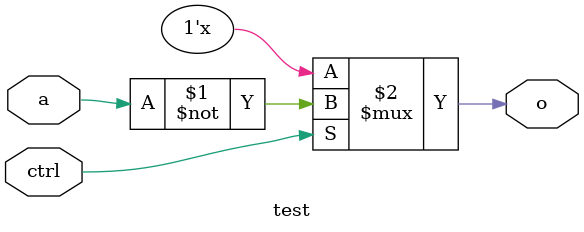
<source format=v>
module test (a, ctrl, o);
  input a, ctrl;
  output o;
  notif1 (o, a, ctrl);
endmodule

</source>
